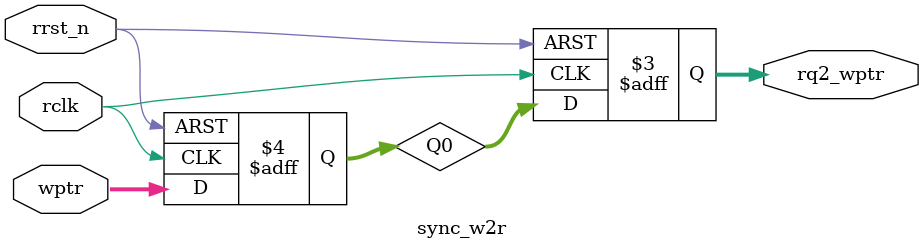
<source format=v>
`timescale 1ns/1ps


module sync_w2r(input rclk, rrst_n, input [3:0] wptr,
                output reg [3:0] rq2_wptr );
                
                reg [3:0] Q0;
                
                always@(posedge rclk or negedge rrst_n) begin
                    if(~rrst_n) begin
                        Q0 <= 4'b0;
                        rq2_wptr <= 4'b0;
                        end
                    else
                        begin
                            Q0 <= wptr;
                            rq2_wptr <= Q0; 
                        end
                end
                
                
endmodule
</source>
